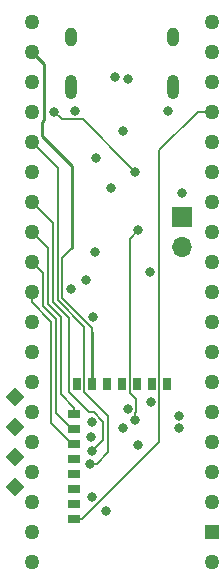
<source format=gbr>
G04 #@! TF.GenerationSoftware,KiCad,Pcbnew,(5.1.8)-1*
G04 #@! TF.CreationDate,2021-04-26T09:33:21+02:00*
G04 #@! TF.ProjectId,BlueMacro,426c7565-4d61-4637-926f-2e6b69636164,rev?*
G04 #@! TF.SameCoordinates,Original*
G04 #@! TF.FileFunction,Copper,L3,Inr*
G04 #@! TF.FilePolarity,Positive*
%FSLAX46Y46*%
G04 Gerber Fmt 4.6, Leading zero omitted, Abs format (unit mm)*
G04 Created by KiCad (PCBNEW (5.1.8)-1) date 2021-04-26 09:33:21*
%MOMM*%
%LPD*%
G01*
G04 APERTURE LIST*
G04 #@! TA.AperFunction,WasherPad*
%ADD10C,1.270000*%
G04 #@! TD*
G04 #@! TA.AperFunction,ComponentPad*
%ADD11C,1.270000*%
G04 #@! TD*
G04 #@! TA.AperFunction,ComponentPad*
%ADD12R,1.250000X1.250000*%
G04 #@! TD*
G04 #@! TA.AperFunction,ComponentPad*
%ADD13R,1.700000X1.700000*%
G04 #@! TD*
G04 #@! TA.AperFunction,ComponentPad*
%ADD14O,1.700000X1.700000*%
G04 #@! TD*
G04 #@! TA.AperFunction,ComponentPad*
%ADD15O,1.000000X1.600000*%
G04 #@! TD*
G04 #@! TA.AperFunction,ComponentPad*
%ADD16O,1.000000X2.100000*%
G04 #@! TD*
G04 #@! TA.AperFunction,ComponentPad*
%ADD17R,0.650000X1.000000*%
G04 #@! TD*
G04 #@! TA.AperFunction,ComponentPad*
%ADD18R,1.000000X0.650000*%
G04 #@! TD*
G04 #@! TA.AperFunction,ComponentPad*
%ADD19C,0.100000*%
G04 #@! TD*
G04 #@! TA.AperFunction,ViaPad*
%ADD20C,0.800000*%
G04 #@! TD*
G04 #@! TA.AperFunction,Conductor*
%ADD21C,0.200000*%
G04 #@! TD*
G04 #@! TA.AperFunction,Conductor*
%ADD22C,0.250000*%
G04 #@! TD*
G04 APERTURE END LIST*
D10*
X55880000Y-27940000D03*
X40640000Y-27940000D03*
X55880000Y-73660000D03*
X40640000Y-73660000D03*
D11*
X40640000Y-71120000D03*
X40640000Y-68580000D03*
X40640000Y-66040000D03*
X40640000Y-63500000D03*
X40640000Y-60960000D03*
X40640000Y-53340000D03*
X40640000Y-50800000D03*
X40640000Y-48260000D03*
X40640000Y-55880000D03*
X40640000Y-58420000D03*
D12*
X55880000Y-71120000D03*
D11*
X55880000Y-68580000D03*
X55880000Y-66040000D03*
X55880000Y-63500000D03*
X55880000Y-60960000D03*
X55880000Y-58420000D03*
X55880000Y-55880000D03*
X55880000Y-53340000D03*
X55880000Y-50800000D03*
X55880000Y-48260000D03*
X55880000Y-45720000D03*
X55880000Y-43180000D03*
X40640000Y-45720000D03*
X40640000Y-43180000D03*
X40640000Y-40640000D03*
X40640000Y-38100000D03*
X40640000Y-35560000D03*
X40640000Y-33020000D03*
X40640000Y-30480000D03*
X55880000Y-30480000D03*
X55880000Y-33020000D03*
X55880000Y-35560000D03*
X55880000Y-38100000D03*
X55880000Y-40640000D03*
D13*
X53340000Y-44450000D03*
D14*
X53340000Y-46990000D03*
D15*
X43940000Y-29270000D03*
X52580000Y-29270000D03*
D16*
X43940000Y-33450000D03*
X52580000Y-33450000D03*
D17*
X48283000Y-58607000D03*
X44473000Y-58607000D03*
X45743000Y-58607000D03*
X49553000Y-58607000D03*
X47013000Y-58607000D03*
X52093000Y-58607000D03*
X50823000Y-58607000D03*
D18*
X44219000Y-70037000D03*
X44219000Y-68767000D03*
X44219000Y-67497000D03*
X44219000Y-66227000D03*
X44219000Y-64957000D03*
X44219000Y-63687000D03*
X44219000Y-62417000D03*
X44219000Y-61147000D03*
G04 #@! TA.AperFunction,ComponentPad*
D19*
G36*
X39243000Y-60467817D02*
G01*
X38465183Y-59690000D01*
X39243000Y-58912183D01*
X40020817Y-59690000D01*
X39243000Y-60467817D01*
G37*
G04 #@! TD.AperFunction*
G04 #@! TA.AperFunction,ComponentPad*
G36*
X39243000Y-63007817D02*
G01*
X38465183Y-62230000D01*
X39243000Y-61452183D01*
X40020817Y-62230000D01*
X39243000Y-63007817D01*
G37*
G04 #@! TD.AperFunction*
G04 #@! TA.AperFunction,ComponentPad*
G36*
X39243000Y-65547817D02*
G01*
X38465183Y-64770000D01*
X39243000Y-63992183D01*
X40020817Y-64770000D01*
X39243000Y-65547817D01*
G37*
G04 #@! TD.AperFunction*
G04 #@! TA.AperFunction,ComponentPad*
G36*
X39243000Y-68087817D02*
G01*
X38465183Y-67310000D01*
X39243000Y-66532183D01*
X40020817Y-67310000D01*
X39243000Y-68087817D01*
G37*
G04 #@! TD.AperFunction*
D20*
X53340000Y-42418000D03*
X52203831Y-35488064D03*
X44316172Y-35488067D03*
X43942000Y-50546000D03*
X47371000Y-42037000D03*
X49657000Y-63754000D03*
X48338011Y-62357000D03*
X46101000Y-39522400D03*
X50673000Y-49149000D03*
X45835649Y-52973684D03*
X49657000Y-45593000D03*
X49403000Y-61631990D03*
X48387000Y-37211000D03*
X45966029Y-47482409D03*
X45755300Y-68160775D03*
X48768000Y-32766000D03*
X45666660Y-63121540D03*
X47726976Y-32628914D03*
X45719991Y-61848991D03*
X45247876Y-49774684D03*
X45574265Y-65386271D03*
X45758100Y-64297560D03*
X53085990Y-62357000D03*
X53086000Y-61341000D03*
X42545000Y-35560000D03*
X49403000Y-40640000D03*
X48768000Y-60706000D03*
X50747991Y-60161560D03*
X46956980Y-69377560D03*
D21*
X49468001Y-61001304D02*
X49403000Y-61066305D01*
X48927999Y-46322001D02*
X48927999Y-59347001D01*
X48927999Y-59347001D02*
X49468001Y-59887003D01*
X49657000Y-45593000D02*
X48927999Y-46322001D01*
X49468001Y-59887003D02*
X49468001Y-61001304D01*
X49403000Y-61066305D02*
X49403000Y-61631990D01*
X54737000Y-35560000D02*
X55880000Y-35560000D01*
X51448001Y-38848999D02*
X54737000Y-35560000D01*
X51448001Y-63507999D02*
X51448001Y-38848999D01*
X44219000Y-70037000D02*
X44919000Y-70037000D01*
X44919000Y-70037000D02*
X51448001Y-63507999D01*
X47117000Y-64409221D02*
X46139950Y-65386271D01*
X45098001Y-59327003D02*
X47117000Y-61346002D01*
X45098001Y-53791701D02*
X45098001Y-59327003D01*
X42841988Y-40301988D02*
X42841988Y-51535688D01*
X42841988Y-51535688D02*
X45098001Y-53791701D01*
X46139950Y-65386271D02*
X45574265Y-65386271D01*
X40640000Y-38100000D02*
X42841988Y-40301988D01*
X47117000Y-61346002D02*
X47117000Y-64409221D01*
X40640000Y-43180000D02*
X42441977Y-44981977D01*
X42441977Y-44981977D02*
X42441977Y-51701377D01*
X46716989Y-61809987D02*
X46716989Y-63338671D01*
X42441977Y-51701377D02*
X43815000Y-53074400D01*
X45522997Y-61021999D02*
X45929001Y-61021999D01*
X45929001Y-61021999D02*
X46716989Y-61809987D01*
X46716989Y-63338671D02*
X45758100Y-64297560D01*
X43815000Y-53074400D02*
X43815000Y-59314002D01*
X43815000Y-59314002D02*
X45522997Y-61021999D01*
D22*
X45743000Y-58607000D02*
X45743000Y-54230951D01*
D21*
X45743000Y-54230951D02*
X45743000Y-53871000D01*
X45743000Y-53871000D02*
X43241999Y-51369999D01*
X43241999Y-47925674D02*
X44069000Y-47098673D01*
X43241999Y-51369999D02*
X43241999Y-47925674D01*
D22*
X44069000Y-40189002D02*
X41529000Y-37649002D01*
X44069000Y-47098673D02*
X44069000Y-40189002D01*
X41529000Y-37649002D02*
X41529000Y-36449000D01*
X41274999Y-31114999D02*
X40640000Y-30480000D01*
X41529000Y-36449000D02*
X41692998Y-36285002D01*
X41692998Y-36285002D02*
X41692998Y-31532998D01*
X41692998Y-31532998D02*
X41274999Y-31114999D01*
D21*
X42291000Y-53349025D02*
X42291000Y-61934000D01*
X40640000Y-51698025D02*
X42291000Y-53349025D01*
X42291000Y-61934000D02*
X44044000Y-63687000D01*
X44044000Y-63687000D02*
X44219000Y-63687000D01*
X40640000Y-50800000D02*
X40640000Y-51698025D01*
X42691011Y-53081811D02*
X41641955Y-52032755D01*
X44219000Y-62417000D02*
X44044000Y-62417000D01*
X44044000Y-62417000D02*
X42691011Y-61064011D01*
X42691011Y-61064011D02*
X42691011Y-53081811D01*
X41274999Y-48894999D02*
X40640000Y-48260000D01*
X41641955Y-49261955D02*
X41274999Y-48894999D01*
X41641955Y-52032755D02*
X41641955Y-49261955D01*
X42041966Y-47121966D02*
X42041966Y-51867066D01*
X43091022Y-52916122D02*
X43091022Y-59494022D01*
X44219000Y-60622000D02*
X44219000Y-61147000D01*
X43091022Y-59494022D02*
X44219000Y-60622000D01*
X40640000Y-45720000D02*
X42041966Y-47121966D01*
X42041966Y-51867066D02*
X43091022Y-52916122D01*
X42545000Y-35560000D02*
X43180000Y-36195000D01*
X44958000Y-36195000D02*
X49003001Y-40240001D01*
X43180000Y-36195000D02*
X44958000Y-36195000D01*
X49003001Y-40240001D02*
X49403000Y-40640000D01*
M02*

</source>
